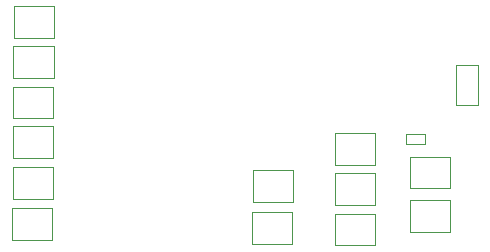
<source format=gbr>
%TF.GenerationSoftware,Altium Limited,CircuitMaker,2.0.2 (2.0.2.40)*%
G04 Layer_Color=13675995*
%FSLAX24Y24*%
%MOIN*%
%TF.SameCoordinates,FDAE7A5D-6217-40FD-BC7F-11D62B7A5D98*%
%TF.FilePolarity,Positive*%
%TF.FileFunction,Other,3D_Bottom*%
%TF.Part,Single*%
G01*
G75*
%TA.AperFunction,NonConductor*%
%ADD47C,0.0039*%
D47*
X38848Y17805D02*
X39557D01*
X38848Y16467D02*
X39557D01*
X38848D02*
Y17805D01*
X39557Y16467D02*
Y17805D01*
X34803Y14478D02*
X36142D01*
X34803Y15541D02*
X36142D01*
X34803Y14478D02*
Y15541D01*
X36142Y14478D02*
Y15541D01*
X34813Y14183D02*
X36152D01*
X34813Y13120D02*
X36152D01*
Y14183D01*
X34813Y13120D02*
Y14183D01*
Y11782D02*
X36152D01*
X34813Y12844D02*
X36152D01*
X34813Y11782D02*
Y12844D01*
X36152Y11782D02*
Y12844D01*
X32067Y14282D02*
X33406D01*
X32067Y13218D02*
X33406D01*
Y14282D01*
X32067Y13218D02*
Y14282D01*
X32037Y12894D02*
X33376D01*
X32037Y11831D02*
X33376D01*
Y12894D01*
X32037Y11831D02*
Y12894D01*
X24114Y18701D02*
Y19764D01*
X25453Y18701D02*
Y19764D01*
X24114Y18701D02*
X25453D01*
X24114Y19764D02*
X25453D01*
X24085Y17352D02*
Y18415D01*
X25423Y17352D02*
Y18415D01*
X24085Y17352D02*
X25423D01*
X24085Y18415D02*
X25423D01*
X24075Y16014D02*
Y17077D01*
X25413Y16014D02*
Y17077D01*
X24075Y16014D02*
X25413D01*
X24075Y17077D02*
X25413D01*
X24065Y14705D02*
Y15768D01*
X25404Y14705D02*
Y15768D01*
X24065Y14705D02*
X25404D01*
X24065Y15768D02*
X25404D01*
X24055Y13327D02*
Y14390D01*
X25394Y13327D02*
Y14390D01*
X24055Y13327D02*
X25394D01*
X24055Y14390D02*
X25394D01*
X24045Y11949D02*
Y13012D01*
X25384Y11949D02*
Y13012D01*
X24045Y11949D02*
X25384D01*
X24045Y13012D02*
X25384D01*
X37303Y13681D02*
X38642D01*
X37303Y14744D02*
X38642D01*
X37303Y13681D02*
Y14744D01*
X38642Y13681D02*
Y14744D01*
X37313Y13287D02*
X38652D01*
X37313Y12224D02*
X38652D01*
Y13287D01*
X37313Y12224D02*
Y13287D01*
X37175Y15167D02*
Y15482D01*
Y15167D02*
X37805D01*
Y15482D01*
X37175D02*
X37805D01*
%TF.MD5,b4afedfe721f57547e40f3b34b2f4cf4*%
M02*

</source>
